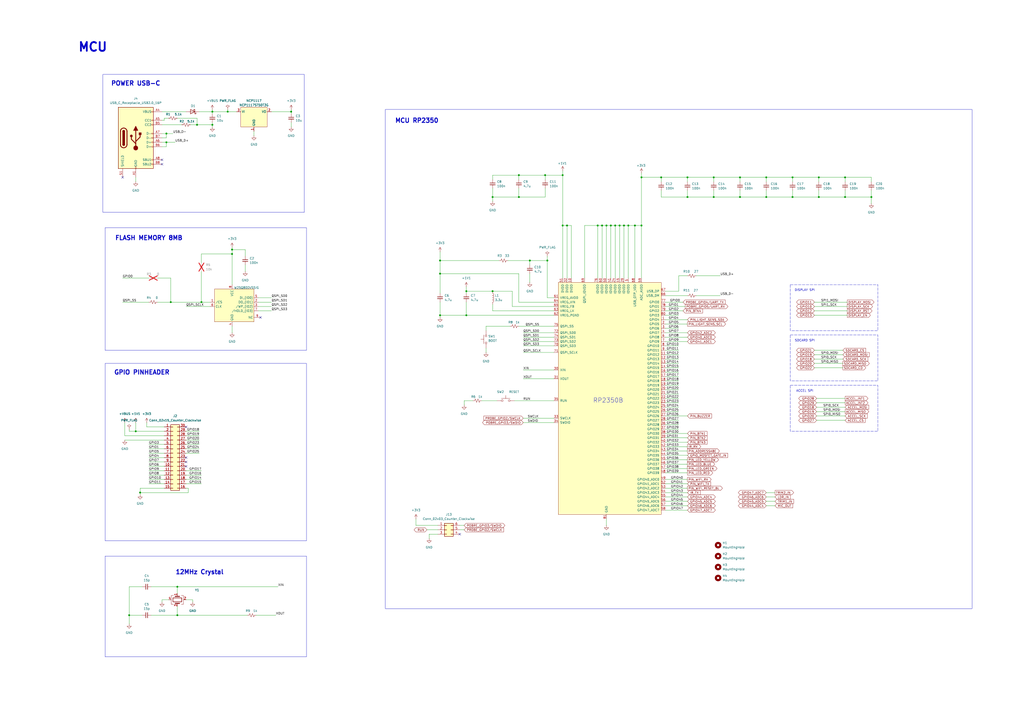
<source format=kicad_sch>
(kicad_sch (version 20250114) (generator "eeschema") (generator_version "9.0")
  (paper "A2")
  (title_block (title "EcoBoard") (company "EcoEnterprise"))
  (rectangle (start 458.47 223.52) (end 509.27 250.19) (stroke (width 0) (type dash)))
  (rectangle (start 458.47 165.1) (end 509.27 191.77) (stroke (width 0) (type dash)))
  (rectangle (start 458.47 194.31) (end 509.27 220.98) (stroke (width 0) (type dash)))
  (rectangle (start 59.69 43.18) (end 176.53 123.19))
  (rectangle (start 60.96 210.82) (end 177.8 313.69))
  (rectangle (start 60.96 322.58) (end 177.8 381))
  (rectangle (start 223.52 63.5) (end 563.88 353.06))
  (rectangle (start 60.96 132.08) (end 177.8 203.2))
  (text "GPIO PINHEADER" (at 82.296 216.154 0) (effects (font (size 2.54 2.54) (thickness 0.508) (bold yes))))
  (text "POWER USB-C\n" (at 78.74 48.514 0) (effects (font (size 2.54 2.54) (thickness 0.508) (bold yes))))
  (text "12MHz Crystal\n" (at 115.824 331.978 0) (effects (font (size 2.54 2.54) (thickness 0.508) (bold yes))))
  (text "RP2350B" (at 352.806 232.41 0) (effects (font (size 2.54 2.54))))
  (text "ACCEL SPI" (at 466.852 226.822 0) (effects (font (size 1.27 1.27))))
  (text "MCU" (at 53.848 27.432 0) (effects (font (size 5.08 5.08) (thickness 1.016) (bold yes))))
  (text "MCU RP2350" (at 241.808 70.104 0) (effects (font (size 2.54 2.54) (thickness 0.508) (bold yes))))
  (text "FLASH MEMORY 8MB\n" (at 86.36 138.176 0) (effects (font (size 2.54 2.54) (thickness 0.508) (bold yes))))
  (text "DISPLAY SPI" (at 466.852 168.402 0) (effects (font (size 1.27 1.27))))
  (text "SDCARD SPI" (at 466.852 197.612 0) (effects (font (size 1.27 1.27))))
  (junction (at 459.74 114.3))
  (junction (at 270.51 182.88))
  (junction (at 490.22 102.87))
  (junction (at 490.22 114.3))
  (junction (at 300.99 114.3))
  (junction (at 96.52 77.47))
  (junction (at 372.11 130.81))
  (junction (at 300.99 101.6))
  (junction (at 285.75 114.3))
  (junction (at 102.87 340.36))
  (junction (at 81.28 285.75))
  (junction (at 328.93 130.81))
  (junction (at 285.75 168.91))
  (junction (at 346.71 130.81))
  (junction (at 414.02 114.3))
  (junction (at 361.95 130.81))
  (junction (at 255.27 182.88))
  (junction (at 134.62 144.78))
  (junction (at 317.5 151.13))
  (junction (at 168.91 64.77))
  (junction (at 359.41 130.81))
  (junction (at 351.79 130.81))
  (junction (at 102.87 356.87))
  (junction (at 99.06 175.26))
  (junction (at 383.54 102.87))
  (junction (at 255.27 158.75))
  (junction (at 356.87 130.81))
  (junction (at 398.78 114.3))
  (junction (at 474.98 102.87))
  (junction (at 270.51 168.91))
  (junction (at 123.19 64.77))
  (junction (at 398.78 102.87))
  (junction (at 116.84 175.26))
  (junction (at 414.02 102.87))
  (junction (at 307.34 151.13))
  (junction (at 78.74 250.19))
  (junction (at 74.93 356.87))
  (junction (at 444.5 102.87))
  (junction (at 368.3 130.81))
  (junction (at 444.5 114.3))
  (junction (at 474.98 114.3))
  (junction (at 372.11 102.87))
  (junction (at 429.26 102.87))
  (junction (at 459.74 102.87))
  (junction (at 429.26 114.3))
  (junction (at 132.08 64.77))
  (junction (at 505.46 114.3))
  (junction (at 354.33 130.81))
  (junction (at 134.62 147.32))
  (junction (at 316.23 101.6))
  (junction (at 255.27 151.13))
  (junction (at 349.25 130.81))
  (junction (at 96.52 82.55))
  (junction (at 114.3 72.39))
  (junction (at 123.19 72.39))
  (junction (at 326.39 130.81))
  (junction (at 364.49 130.81))
  (junction (at 326.39 101.6))
  (no_connect (at 266.7 309.88))
  (no_connect (at 151.13 184.15))
  (no_connect (at 107.95 265.43))
  (no_connect (at 93.98 92.71))
  (no_connect (at 107.95 247.65))
  (no_connect (at 93.98 95.25))
  (no_connect (at 107.95 270.51))
  (no_connect (at 71.12 102.87))
  (no_connect (at 107.95 267.97))
  (wire (pts (xy 473.71 236.22) (xy 490.22 236.22)))
  (wire (pts (xy 349.25 161.29) (xy 349.25 130.81)))
  (wire (pts (xy 386.08 185.42) (xy 398.78 185.42)))
  (wire (pts (xy 168.91 71.12) (xy 168.91 73.66)))
  (wire (pts (xy 300.99 189.23) (xy 321.31 189.23)))
  (wire (pts (xy 93.98 64.77) (xy 107.95 64.77)))
  (wire (pts (xy 72.39 245.11) (xy 72.39 252.73)))
  (wire (pts (xy 444.5 110.49) (xy 444.5 114.3)))
  (wire (pts (xy 429.26 102.87) (xy 444.5 102.87)))
  (wire (pts (xy 331.47 130.81) (xy 328.93 130.81)))
  (wire (pts (xy 303.53 200.66) (xy 321.31 200.66)))
  (wire (pts (xy 354.33 161.29) (xy 354.33 130.81)))
  (wire (pts (xy 279.4 232.41) (xy 288.29 232.41)))
  (wire (pts (xy 255.27 151.13) (xy 255.27 158.75)))
  (wire (pts (xy 285.75 109.22) (xy 285.75 114.3)))
  (wire (pts (xy 255.27 182.88) (xy 270.51 182.88)))
  (wire (pts (xy 93.98 85.09) (xy 96.52 85.09)))
  (wire (pts (xy 490.22 114.3) (xy 505.46 114.3)))
  (wire (pts (xy 396.24 180.34) (xy 386.08 180.34)))
  (wire (pts (xy 449.58 288.29) (xy 444.5 288.29)))
  (wire (pts (xy 474.98 110.49) (xy 474.98 114.3)))
  (wire (pts (xy 393.7 190.5) (xy 386.08 190.5)))
  (wire (pts (xy 386.08 241.3) (xy 398.78 241.3)))
  (wire (pts (xy 116.84 175.26) (xy 121.92 175.26)))
  (wire (pts (xy 86.36 257.81) (xy 95.25 257.81)))
  (wire (pts (xy 386.08 261.62) (xy 398.78 261.62)))
  (wire (pts (xy 328.93 161.29) (xy 328.93 130.81)))
  (wire (pts (xy 359.41 161.29) (xy 359.41 130.81)))
  (wire (pts (xy 116.84 273.05) (xy 107.95 273.05)))
  (wire (pts (xy 285.75 180.34) (xy 321.31 180.34)))
  (wire (pts (xy 78.74 245.11) (xy 78.74 250.19)))
  (wire (pts (xy 303.53 242.57) (xy 321.31 242.57)))
  (wire (pts (xy 303.53 195.58) (xy 321.31 195.58)))
  (wire (pts (xy 386.08 274.32) (xy 398.78 274.32)))
  (wire (pts (xy 303.53 219.71) (xy 321.31 219.71)))
  (wire (pts (xy 114.3 68.58) (xy 114.3 72.39)))
  (wire (pts (xy 398.78 254) (xy 386.08 254)))
  (wire (pts (xy 346.71 130.81) (xy 349.25 130.81)))
  (wire (pts (xy 266.7 307.34) (xy 269.24 307.34)))
  (wire (pts (xy 361.95 161.29) (xy 361.95 130.81)))
  (wire (pts (xy 316.23 109.22) (xy 316.23 114.3)))
  (wire (pts (xy 356.87 161.29) (xy 356.87 130.81)))
  (wire (pts (xy 393.7 248.92) (xy 386.08 248.92)))
  (wire (pts (xy 132.08 64.77) (xy 137.16 64.77)))
  (wire (pts (xy 403.86 171.45) (xy 417.83 171.45)))
  (wire (pts (xy 123.19 71.12) (xy 123.19 72.39)))
  (wire (pts (xy 95.25 68.58) (xy 95.25 69.85)))
  (wire (pts (xy 123.19 72.39) (xy 123.19 73.66)))
  (wire (pts (xy 505.46 114.3) (xy 505.46 118.11)))
  (wire (pts (xy 393.7 233.68) (xy 386.08 233.68)))
  (wire (pts (xy 368.3 130.81) (xy 372.11 130.81)))
  (wire (pts (xy 300.99 158.75) (xy 300.99 175.26)))
  (wire (pts (xy 472.44 180.34) (xy 491.49 180.34)))
  (wire (pts (xy 298.45 232.41) (xy 321.31 232.41)))
  (wire (pts (xy 102.87 340.36) (xy 161.29 340.36)))
  (wire (pts (xy 393.7 168.91) (xy 393.7 160.02)))
  (wire (pts (xy 303.53 214.63) (xy 321.31 214.63)))
  (wire (pts (xy 86.36 262.89) (xy 95.25 262.89)))
  (wire (pts (xy 270.51 168.91) (xy 270.51 170.18)))
  (wire (pts (xy 285.75 101.6) (xy 285.75 104.14)))
  (wire (pts (xy 116.84 147.32) (xy 116.84 152.4)))
  (wire (pts (xy 81.28 283.21) (xy 95.25 283.21)))
  (wire (pts (xy 393.7 223.52) (xy 386.08 223.52)))
  (wire (pts (xy 114.3 72.39) (xy 123.19 72.39)))
  (wire (pts (xy 414.02 110.49) (xy 414.02 114.3)))
  (wire (pts (xy 96.52 85.09) (xy 96.52 82.55)))
  (wire (pts (xy 87.63 340.36) (xy 102.87 340.36)))
  (wire (pts (xy 386.08 290.83) (xy 398.78 290.83)))
  (wire (pts (xy 386.08 288.29) (xy 398.78 288.29)))
  (wire (pts (xy 255.27 158.75) (xy 255.27 170.18)))
  (wire (pts (xy 321.31 182.88) (xy 270.51 182.88)))
  (wire (pts (xy 270.51 166.37) (xy 270.51 168.91)))
  (wire (pts (xy 351.79 130.81) (xy 354.33 130.81)))
  (wire (pts (xy 86.36 260.35) (xy 95.25 260.35)))
  (wire (pts (xy 429.26 102.87) (xy 429.26 105.41)))
  (wire (pts (xy 93.98 82.55) (xy 96.52 82.55)))
  (wire (pts (xy 134.62 147.32) (xy 116.84 147.32)))
  (wire (pts (xy 331.47 161.29) (xy 331.47 130.81)))
  (wire (pts (xy 86.36 278.13) (xy 95.25 278.13)))
  (wire (pts (xy 255.27 182.88) (xy 255.27 184.15)))
  (wire (pts (xy 168.91 64.77) (xy 168.91 66.04)))
  (wire (pts (xy 102.87 68.58) (xy 114.3 68.58)))
  (wire (pts (xy 449.58 293.37) (xy 444.5 293.37)))
  (wire (pts (xy 372.11 102.87) (xy 383.54 102.87)))
  (wire (pts (xy 473.71 238.76) (xy 490.22 238.76)))
  (wire (pts (xy 147.32 76.2) (xy 147.32 78.74)))
  (wire (pts (xy 383.54 114.3) (xy 398.78 114.3)))
  (wire (pts (xy 321.31 172.72) (xy 317.5 172.72)))
  (wire (pts (xy 490.22 102.87) (xy 490.22 105.41)))
  (wire (pts (xy 107.95 275.59) (xy 116.84 275.59)))
  (wire (pts (xy 281.94 189.23) (xy 281.94 191.77)))
  (wire (pts (xy 71.12 161.29) (xy 86.36 161.29)))
  (wire (pts (xy 115.57 262.89) (xy 107.95 262.89)))
  (wire (pts (xy 86.36 275.59) (xy 95.25 275.59)))
  (wire (pts (xy 116.84 280.67) (xy 107.95 280.67)))
  (wire (pts (xy 74.93 248.92) (xy 74.93 250.19)))
  (wire (pts (xy 328.93 130.81) (xy 326.39 130.81)))
  (wire (pts (xy 74.93 250.19) (xy 78.74 250.19)))
  (wire (pts (xy 346.71 130.81) (xy 346.71 161.29)))
  (wire (pts (xy 307.34 151.13) (xy 307.34 153.67)))
  (wire (pts (xy 91.44 161.29) (xy 99.06 161.29)))
  (wire (pts (xy 285.75 114.3) (xy 300.99 114.3)))
  (wire (pts (xy 93.98 77.47) (xy 96.52 77.47)))
  (wire (pts (xy 393.7 213.36) (xy 386.08 213.36)))
  (wire (pts (xy 473.71 243.84) (xy 490.22 243.84)))
  (wire (pts (xy 96.52 80.01) (xy 96.52 77.47)))
  (wire (pts (xy 386.08 243.84) (xy 393.7 243.84)))
  (wire (pts (xy 149.86 177.8) (xy 157.48 177.8)))
  (wire (pts (xy 393.7 205.74) (xy 386.08 205.74)))
  (wire (pts (xy 386.08 208.28) (xy 393.7 208.28)))
  (wire (pts (xy 386.08 175.26) (xy 396.24 175.26)))
  (wire (pts (xy 386.08 295.91) (xy 398.78 295.91)))
  (wire (pts (xy 294.64 151.13) (xy 307.34 151.13)))
  (wire (pts (xy 300.99 101.6) (xy 316.23 101.6)))
  (wire (pts (xy 303.53 245.11) (xy 321.31 245.11)))
  (wire (pts (xy 449.58 290.83) (xy 444.5 290.83)))
  (wire (pts (xy 393.7 226.06) (xy 386.08 226.06)))
  (wire (pts (xy 241.3 300.99) (xy 241.3 304.8)))
  (wire (pts (xy 72.39 252.73) (xy 95.25 252.73)))
  (wire (pts (xy 115.57 250.19) (xy 107.95 250.19)))
  (wire (pts (xy 248.92 312.42) (xy 248.92 309.88)))
  (wire (pts (xy 359.41 130.81) (xy 361.95 130.81)))
  (wire (pts (xy 326.39 99.06) (xy 326.39 101.6)))
  (wire (pts (xy 459.74 110.49) (xy 459.74 114.3)))
  (wire (pts (xy 505.46 102.87) (xy 505.46 105.41)))
  (wire (pts (xy 102.87 340.36) (xy 102.87 344.17)))
  (wire (pts (xy 474.98 114.3) (xy 490.22 114.3)))
  (wire (pts (xy 368.3 161.29) (xy 368.3 130.81)))
  (wire (pts (xy 115.57 260.35) (xy 107.95 260.35)))
  (wire (pts (xy 393.7 215.9) (xy 386.08 215.9)))
  (wire (pts (xy 386.08 271.78) (xy 398.78 271.78)))
  (wire (pts (xy 78.74 250.19) (xy 95.25 250.19)))
  (wire (pts (xy 116.84 278.13) (xy 107.95 278.13)))
  (wire (pts (xy 71.12 175.26) (xy 86.36 175.26)))
  (wire (pts (xy 398.78 102.87) (xy 414.02 102.87)))
  (wire (pts (xy 414.02 102.87) (xy 414.02 105.41)))
  (wire (pts (xy 386.08 187.96) (xy 398.78 187.96)))
  (wire (pts (xy 372.11 130.81) (xy 372.11 161.29)))
  (wire (pts (xy 472.44 205.74) (xy 488.95 205.74)))
  (wire (pts (xy 123.19 64.77) (xy 132.08 64.77)))
  (wire (pts (xy 149.86 180.34) (xy 157.48 180.34)))
  (wire (pts (xy 134.62 189.23) (xy 134.62 193.04)))
  (wire (pts (xy 116.84 157.48) (xy 116.84 175.26)))
  (wire (pts (xy 270.51 175.26) (xy 270.51 182.88)))
  (wire (pts (xy 74.93 356.87) (xy 74.93 361.95)))
  (wire (pts (xy 474.98 102.87) (xy 490.22 102.87)))
  (wire (pts (xy 490.22 110.49) (xy 490.22 114.3)))
  (wire (pts (xy 297.18 168.91) (xy 297.18 177.8)))
  (wire (pts (xy 285.75 101.6) (xy 300.99 101.6)))
  (wire (pts (xy 356.87 130.81) (xy 359.41 130.81)))
  (wire (pts (xy 134.62 143.51) (xy 134.62 144.78)))
  (wire (pts (xy 95.25 69.85) (xy 93.98 69.85)))
  (wire (pts (xy 115.57 252.73) (xy 107.95 252.73)))
  (wire (pts (xy 303.53 198.12) (xy 321.31 198.12)))
  (wire (pts (xy 386.08 210.82) (xy 393.7 210.82)))
  (wire (pts (xy 472.44 213.36) (xy 488.95 213.36)))
  (wire (pts (xy 444.5 114.3) (xy 459.74 114.3)))
  (wire (pts (xy 473.71 231.14) (xy 490.22 231.14)))
  (wire (pts (xy 393.7 160.02) (xy 398.78 160.02)))
  (wire (pts (xy 270.51 168.91) (xy 285.75 168.91)))
  (wire (pts (xy 386.08 228.6) (xy 393.7 228.6)))
  (wire (pts (xy 372.11 102.87) (xy 372.11 130.81)))
  (wire (pts (xy 148.59 356.87) (xy 160.02 356.87)))
  (wire (pts (xy 74.93 356.87) (xy 82.55 356.87)))
  (wire (pts (xy 303.53 204.47) (xy 321.31 204.47)))
  (wire (pts (xy 96.52 82.55) (xy 101.6 82.55)))
  (wire (pts (xy 386.08 168.91) (xy 393.7 168.91)))
  (wire (pts (xy 281.94 201.93) (xy 281.94 204.47)))
  (wire (pts (xy 339.09 161.29) (xy 339.09 130.81)))
  (wire (pts (xy 351.79 300.99) (xy 351.79 304.8)))
  (wire (pts (xy 303.53 193.04) (xy 321.31 193.04)))
  (wire (pts (xy 149.86 175.26) (xy 157.48 175.26)))
  (wire (pts (xy 157.48 64.77) (xy 168.91 64.77)))
  (wire (pts (xy 472.44 208.28) (xy 488.95 208.28)))
  (wire (pts (xy 398.78 280.67) (xy 386.08 280.67)))
  (wire (pts (xy 349.25 130.81) (xy 351.79 130.81)))
  (wire (pts (xy 364.49 161.29) (xy 364.49 130.81)))
  (wire (pts (xy 398.78 278.13) (xy 386.08 278.13)))
  (wire (pts (xy 142.24 153.67) (xy 142.24 157.48)))
  (wire (pts (xy 472.44 177.8) (xy 491.49 177.8)))
  (wire (pts (xy 168.91 63.5) (xy 168.91 64.77)))
  (wire (pts (xy 414.02 102.87) (xy 429.26 102.87)))
  (wire (pts (xy 393.7 246.38) (xy 386.08 246.38)))
  (wire (pts (xy 444.5 102.87) (xy 459.74 102.87)))
  (wire (pts (xy 449.58 285.75) (xy 444.5 285.75)))
  (wire (pts (xy 110.49 72.39) (xy 114.3 72.39)))
  (wire (pts (xy 472.44 182.88) (xy 491.49 182.88)))
  (wire (pts (xy 398.78 114.3) (xy 414.02 114.3)))
  (wire (pts (xy 248.92 309.88) (xy 254 309.88)))
  (wire (pts (xy 339.09 130.81) (xy 346.71 130.81)))
  (wire (pts (xy 472.44 203.2) (xy 488.95 203.2)))
  (wire (pts (xy 99.06 175.26) (xy 116.84 175.26)))
  (wire (pts (xy 85.09 247.65) (xy 95.25 247.65)))
  (wire (pts (xy 459.74 114.3) (xy 474.98 114.3)))
  (wire (pts (xy 386.08 264.16) (xy 398.78 264.16)))
  (wire (pts (xy 93.98 72.39) (xy 105.41 72.39)))
  (wire (pts (xy 383.54 102.87) (xy 398.78 102.87)))
  (wire (pts (xy 386.08 293.37) (xy 398.78 293.37)))
  (wire (pts (xy 317.5 151.13) (xy 317.5 172.72)))
  (wire (pts (xy 85.09 245.11) (xy 85.09 247.65)))
  (wire (pts (xy 115.57 257.81) (xy 107.95 257.81)))
  (wire (pts (xy 255.27 146.05) (xy 255.27 151.13)))
  (wire (pts (xy 102.87 356.87) (xy 143.51 356.87)))
  (wire (pts (xy 241.3 304.8) (xy 254 304.8)))
  (wire (pts (xy 354.33 130.81) (xy 356.87 130.81)))
  (wire (pts (xy 474.98 102.87) (xy 474.98 105.41)))
  (wire (pts (xy 429.26 110.49) (xy 429.26 114.3)))
  (wire (pts (xy 107.95 347.98) (xy 111.76 347.98)))
  (wire (pts (xy 472.44 175.26) (xy 491.49 175.26)))
  (wire (pts (xy 326.39 130.81) (xy 326.39 161.29)))
  (wire (pts (xy 393.7 236.22) (xy 386.08 236.22)))
  (wire (pts (xy 383.54 102.87) (xy 383.54 105.41)))
  (wire (pts (xy 285.75 114.3) (xy 285.75 116.84)))
  (wire (pts (xy 393.7 218.44) (xy 386.08 218.44)))
  (wire (pts (xy 398.78 283.21) (xy 386.08 283.21)))
  (wire (pts (xy 386.08 198.12) (xy 398.78 198.12)))
  (wire (pts (xy 490.22 102.87) (xy 505.46 102.87)))
  (wire (pts (xy 361.95 130.81) (xy 364.49 130.81)))
  (wire (pts (xy 86.36 267.97) (xy 95.25 267.97)))
  (wire (pts (xy 386.08 266.7) (xy 398.78 266.7)))
  (wire (pts (xy 91.44 175.26) (xy 99.06 175.26)))
  (wire (pts (xy 266.7 304.8) (xy 269.24 304.8)))
  (wire (pts (xy 386.08 195.58) (xy 398.78 195.58)))
  (wire (pts (xy 111.76 347.98) (xy 111.76 349.25)))
  (wire (pts (xy 285.75 176.53) (xy 285.75 180.34)))
  (wire (pts (xy 115.57 64.77) (xy 123.19 64.77)))
  (wire (pts (xy 398.78 256.54) (xy 386.08 256.54)))
  (wire (pts (xy 393.7 231.14) (xy 386.08 231.14)))
  (wire (pts (xy 86.36 270.51) (xy 95.25 270.51)))
  (wire (pts (xy 86.36 265.43) (xy 95.25 265.43)))
  (wire (pts (xy 109.22 285.75) (xy 109.22 283.21)))
  (wire (pts (xy 398.78 259.08) (xy 386.08 259.08)))
  (wire (pts (xy 307.34 151.13) (xy 317.5 151.13)))
  (wire (pts (xy 459.74 102.87) (xy 459.74 105.41)))
  (wire (pts (xy 149.86 172.72) (xy 157.48 172.72)))
  (wire (pts (xy 115.57 255.27) (xy 107.95 255.27)))
  (wire (pts (xy 142.24 144.78) (xy 142.24 148.59)))
  (wire (pts (xy 247.65 307.34) (xy 254 307.34)))
  (wire (pts (xy 473.71 233.68) (xy 490.22 233.68)))
  (wire (pts (xy 398.78 110.49) (xy 398.78 114.3)))
  (wire (pts (xy 81.28 285.75) (xy 109.22 285.75)))
  (wire (pts (xy 472.44 210.82) (xy 488.95 210.82)))
  (wire (pts (xy 255.27 151.13) (xy 289.56 151.13)))
  (wire (pts (xy 444.5 102.87) (xy 444.5 105.41)))
  (wire (pts (xy 285.75 168.91) (xy 297.18 168.91)))
  (wire (pts (xy 123.19 63.5) (xy 123.19 64.77)))
  (wire (pts (xy 123.19 64.77) (xy 123.19 66.04)))
  (wire (pts (xy 505.46 110.49) (xy 505.46 114.3)))
  (wire (pts (xy 317.5 148.59) (xy 317.5 151.13)))
  (wire (pts (xy 386.08 251.46) (xy 398.78 251.46)))
  (wire (pts (xy 269.24 232.41) (xy 274.32 232.41)))
  (wire (pts (xy 364.49 130.81) (xy 368.3 130.81)))
  (wire (pts (xy 99.06 175.26) (xy 99.06 161.29)))
  (wire (pts (xy 398.78 102.87) (xy 398.78 105.41)))
  (wire (pts (xy 386.08 193.04) (xy 398.78 193.04)))
  (wire (pts (xy 326.39 101.6) (xy 326.39 130.81)))
  (wire (pts (xy 86.36 280.67) (xy 95.25 280.67)))
  (wire (pts (xy 93.98 347.98) (xy 93.98 349.25)))
  (wire (pts (xy 386.08 238.76) (xy 393.7 238.76)))
  (wire (pts (xy 134.62 147.32) (xy 134.62 165.1)))
  (wire (pts (xy 86.36 273.05) (xy 95.25 273.05)))
  (wire (pts (xy 316.23 101.6) (xy 326.39 101.6)))
  (wire (pts (xy 398.78 285.75) (xy 386.08 285.75)))
  (wire (pts (xy 372.11 100.33) (xy 372.11 102.87)))
  (wire (pts (xy 414.02 114.3) (xy 429.26 114.3)))
  (wire (pts (xy 386.08 220.98) (xy 393.7 220.98)))
  (wire (pts (xy 95.25 68.58) (xy 97.79 68.58)))
  (wire (pts (xy 383.54 110.49) (xy 383.54 114.3)))
  (wire (pts (xy 459.74 102.87) (xy 474.98 102.87)))
  (wire (pts (xy 132.08 63.5) (xy 132.08 64.77)))
  (wire (pts (xy 93.98 80.01) (xy 96.52 80.01)))
  (wire (pts (xy 134.62 144.78) (xy 134.62 147.32)))
  (wire (pts (xy 386.08 177.8) (xy 397.51 177.8)))
  (wire (pts (xy 307.34 158.75) (xy 307.34 163.83)))
  (wire (pts (xy 97.79 347.98) (xy 93.98 347.98)))
  (wire (pts (xy 393.7 200.66) (xy 386.08 200.66)))
  (wire (pts (xy 281.94 189.23) (xy 295.91 189.23)))
  (wire (pts (xy 81.28 285.75) (xy 81.28 283.21)))
  (wire (pts (xy 386.08 171.45) (xy 398.78 171.45)))
  (wire (pts (xy 269.24 232.41) (xy 269.24 234.95)))
  (wire (pts (xy 255.27 175.26) (xy 255.27 182.88)))
  (wire (pts (xy 102.87 351.79) (xy 102.87 356.87)))
  (wire (pts (xy 386.08 269.24) (xy 398.78 269.24)))
  (wire (pts (xy 300.99 101.6) (xy 300.99 104.14)))
  (wire (pts (xy 473.71 241.3) (xy 490.22 241.3)))
  (wire (pts (xy 393.7 203.2) (xy 386.08 203.2)))
  (wire (pts (xy 109.22 283.21) (xy 107.95 283.21)))
  (wire (pts (xy 300.99 109.22) (xy 300.99 114.3)))
  (wire (pts (xy 74.93 340.36) (xy 82.55 340.36)))
  (wire (pts (xy 351.79 161.29) (xy 351.79 130.81)))
  (wire (pts (xy 316.23 101.6) (xy 316.23 104.14)))
  (wire (pts (xy 72.39 255.27) (xy 95.25 255.27)))
  (wire (pts (xy 255.27 158.75) (xy 300.99 158.75)))
  (wire (pts (xy 78.74 102.87) (xy 78.74 105.41)))
  (wire (pts (xy 300.99 114.3) (xy 316.23 114.3)))
  (wire (pts (xy 134.62 144.78) (xy 142.24 144.78)))
  (wire (pts (xy 393.7 182.88) (xy 386.08 182.88)))
  (wire (pts (xy 107.95 177.8) (xy 121.92 177.8)))
  (wire (pts (xy 96.52 77.47) (xy 100.33 77.47)))
  (wire (pts (xy 81.28 287.02) (xy 81.28 285.75)))
  (wire (pts (xy 74.93 340.36) (xy 74.93 356.87)))
  (wire (pts (xy 87.63 356.87) (xy 102.87 356.87)))
  (wire (pts (xy 297.18 177.8) (xy 321.31 177.8)))
  (wire (pts (xy 321.31 175.26) (xy 300.99 175.26)))
  (wire (pts (xy 429.26 114.3) (xy 444.5 114.3)))
  (wire (pts (xy 403.86 160.02) (xy 417.83 160.02)))
  (label "SPI1_SCK" (at 476.25 177.8 0))
  (label "QSPI_SD0" (at 303.53 193.04 0))
  (label "GPIO7" (at 393.7 193.04 180))
  (label "GPIO4" (at 86.36 265.43 0))
  (label "USB_D+" (at 417.83 160.02 0))
  (label "GPIO8" (at 86.36 275.59 0))
  (label "GPIO46" (at 396.24 293.37 180))
  (label "GPIO34" (at 393.7 261.62 180))
  (label "QSPI_SD0" (at 157.48 172.72 0))
  (label "GPIO43" (at 396.24 285.75 180))
  (label "GPIO16" (at 393.7 215.9 180))
  (label "GPIO12" (at 393.7 205.74 180))
  (label "GPIO25" (at 115.57 262.89 180))
  (label "GPIO1" (at 393.7 177.8 180))
  (label "GPIO19" (at 393.7 223.52 180))
  (label "GPIO39" (at 393.7 274.32 180))
  (label "GPIO29" (at 393.7 248.92 180))
  (label "GPIO2" (at 393.7 180.34 180))
  (label "QSPI_SD3" (at 157.48 180.34 0))
  (label "SPI0_SCK" (at 476.25 208.28 0))
  (label "GPIO47" (at 396.24 295.91 180))
  (label "GPIO45" (at 396.24 290.83 180))
  (label "GPIO40" (at 396.24 278.13 180))
  (label "RUN" (at 303.53 232.41 0))
  (label "GPIO18" (at 393.7 220.98 180))
  (label "QSPI_SCLK" (at 107.95 177.8 0))
  (label "GPIO19" (at 115.57 252.73 180))
  (label "SWDIO" (at 306.07 245.11 0))
  (label "GPIO3" (at 393.7 182.88 180))
  (label "USB_D-" (at 417.83 171.45 0))
  (label "GPIO24" (at 115.57 260.35 180))
  (label "GPIO13" (at 393.7 208.28 180))
  (label "GPIO0" (at 388.62 175.26 0))
  (label "GPIO9" (at 86.36 273.05 0))
  (label "USB_D-" (at 100.33 77.47 0))
  (label "GPIO14" (at 116.84 278.13 180))
  (label "GPIO37" (at 393.7 269.24 180))
  (label "QSPI_SS" (at 71.12 175.26 0))
  (label "SPI1_MOSI" (at 476.25 175.26 0))
  (label "SPI0_MOSI" (at 476.25 205.74 0))
  (label "GPIO33" (at 393.7 259.08 180))
  (label "GPIO20" (at 115.57 255.27 180))
  (label "GPIO24" (at 393.7 236.22 180))
  (label "SPI0_SCK" (at 477.52 236.22 0))
  (label "GPIO11" (at 86.36 280.67 0))
  (label "GPIO28" (at 393.7 246.38 180))
  (label "GPIO21" (at 393.7 228.6 180))
  (label "GPIO20" (at 393.7 226.06 180))
  (label "GPIO15" (at 116.84 280.67 180))
  (label "QSPI_SD2" (at 157.48 177.8 0))
  (label "SWCLK" (at 306.07 242.57 0))
  (label "QSPI_SD1" (at 303.53 195.58 0))
  (label "GPIO0" (at 71.12 161.29 0))
  (label "GPIO22" (at 393.7 231.14 180))
  (label "GPIO10" (at 393.7 200.66 180))
  (label "XIN" (at 303.53 214.63 0))
  (label "GPIO41" (at 396.24 280.67 180))
  (label "GPIO36" (at 393.7 266.7 180))
  (label "QSPI_SS" (at 304.8 189.23 0))
  (label "SPI0_MISO" (at 477.52 241.3 0))
  (label "GPIO31" (at 393.7 254 180))
  (label "GPIO9" (at 393.7 198.12 180))
  (label "GPIO11" (at 393.7 203.2 180))
  (label "GPIO42" (at 396.24 283.21 180))
  (label "GPIO25" (at 393.7 238.76 180))
  (label "GPIO30" (at 393.7 251.46 180))
  (label "SPI0_MOSI" (at 477.52 238.76 0))
  (label "GPIO14" (at 393.7 210.82 180))
  (label "GPIO38" (at 393.7 271.78 180))
  (label "GPIO6" (at 393.7 190.5 180))
  (label "GPIO23" (at 393.7 233.68 180))
  (label "GPIO8" (at 393.7 195.58 180))
  (label "GPIO7" (at 86.36 267.97 0))
  (label "QSPI_SD2" (at 303.53 198.12 0))
  (label "QSPI_SCLK" (at 303.53 204.47 0))
  (label "GPIO23" (at 115.57 257.81 180))
  (label "QSPI_SD3" (at 303.53 200.66 0))
  (label "USB_D+" (at 101.6 82.55 0))
  (label "GPIO16" (at 116.84 275.59 180))
  (label "GPIO44" (at 396.24 288.29 180))
  (label "GPIO5" (at 86.36 262.89 0))
  (label "XOUT" (at 303.53 219.71 0))
  (label "SPI0_MISO" (at 476.25 210.82 0))
  (label "GPIO3" (at 86.36 257.81 0))
  (label "GPIO27" (at 393.7 243.84 180))
  (label "GPIO17" (at 393.7 218.44 180))
  (label "GPIO26" (at 393.7 241.3 180))
  (label "XOUT" (at 160.02 356.87 0))
  (label "GPIO15" (at 393.7 213.36 180))
  (label "GPIO18" (at 115.57 250.19 180))
  (label "GPIO6" (at 86.36 270.51 0))
  (label "GPIO4" (at 393.7 185.42 180))
  (label "GPIO1" (at 86.36 260.35 0))
  (label "GPIO5" (at 393.7 187.96 180))
  (label "GPIO32" (at 393.7 256.54 180))
  (label "GPIO17" (at 116.84 273.05 180))
  (label "GPIO35" (at 393.7 264.16 180))
  (label "XIN" (at 161.29 340.36 0))
  (label "QSPI_SD1" (at 157.48 175.26 0))
  (label "GPIO10" (at 86.36 278.13 0))
  (global_label "PIN_BTN1" (shape input) (at 398.78 251.46 0) (property "Intersheetrefs" "${INTERSHEET_REFS}" (effects (hide yes))))
  (global_label "GPIO47_ADC7" (shape bidirectional) (at 398.78 295.91 0) (property "Intersheetrefs" "${INTERSHEET_REFS}" (effects (hide yes))))
  (global_label "DISPLAY_MOSI" (shape output) (at 491.49 175.26 0) (property "Intersheetrefs" "${INTERSHEET_REFS}" (effects (hide yes))))
  (global_label "GPIO42_ADC2" (shape bidirectional) (at 398.78 193.04 0) (property "Intersheetrefs" "${INTERSHEET_REFS}" (effects (hide yes))))
  (global_label "GPIO41_ADC1" (shape bidirectional) (at 398.78 198.12 0) (property "Intersheetrefs" "${INTERSHEET_REFS}" (effects (hide yes))))
  (global_label "GPIO46_ADC6" (shape bidirectional) (at 398.78 293.37 0) (property "Intersheetrefs" "${INTERSHEET_REFS}" (effects (hide yes))))
  (global_label "ACCEL_MISO" (shape output) (at 490.22 238.76 0) (property "Intersheetrefs" "${INTERSHEET_REFS}" (effects (hide yes))))
  (global_label "ACCEL_INT1" (shape output) (at 490.22 231.14 0) (property "Intersheetrefs" "${INTERSHEET_REFS}" (effects (hide yes))))
  (global_label "PROBE_GPIO2{slash}SWCLK" (shape input) (at 303.53 242.57 180) (property "Intersheetrefs" "${INTERSHEET_REFS}" (effects (hide yes))))
  (global_label "LDR_IN" (shape input) (at 449.58 288.29 0) (property "Intersheetrefs" "${INTERSHEET_REFS}" (effects (hide yes))))
  (global_label "PIN_LED_GREEN" (shape output) (at 398.78 271.78 0) (effects (font (thickness 0.1588))) (property "Intersheetrefs" "${INTERSHEET_REFS}" (effects (hide yes))))
  (global_label "ACCEL_MOSI" (shape input) (at 490.22 236.22 0) (property "Intersheetrefs" "${INTERSHEET_REFS}" (effects (hide yes))))
  (global_label "PIN_WIFI_RX" (shape output) (at 398.78 278.13 0) (effects (font (thickness 0.1588))) (property "Intersheetrefs" "${INTERSHEET_REFS}" (effects (hide yes))))
  (global_label "PIN_LED_RED" (shape output) (at 398.78 274.32 0) (effects (font (thickness 0.1588))) (property "Intersheetrefs" "${INTERSHEET_REFS}" (effects (hide yes))))
  (global_label "SDCARD_SCK" (shape input) (at 488.95 208.28 0) (property "Intersheetrefs" "${INTERSHEET_REFS}" (effects (hide yes))))
  (global_label "PIN_WIFI_RESET_BL" (shape output) (at 398.78 283.21 0) (effects (font (thickness 0.1588))) (property "Intersheetrefs" "${INTERSHEET_REFS}" (effects (hide yes))))
  (global_label "ACCEL_SCK" (shape input) (at 490.22 241.3 0) (property "Intersheetrefs" "${INTERSHEET_REFS}" (effects (hide yes))))
  (global_label "GPIO10" (shape bidirectional) (at 472.44 177.8 180) (property "Intersheetrefs" "${INTERSHEET_REFS}" (effects (hide yes))))
  (global_label "GPIO44_ADC4" (shape bidirectional) (at 398.78 288.29 0) (property "Intersheetrefs" "${INTERSHEET_REFS}" (effects (hide yes))))
  (global_label "MIC_OUT" (shape input) (at 449.58 293.37 0) (property "Intersheetrefs" "${INTERSHEET_REFS}" (effects (hide yes))))
  (global_label "IR_RX" (shape output) (at 398.78 259.08 0) (effects (font (thickness 0.1588))) (property "Intersheetrefs" "${INTERSHEET_REFS}" (effects (hide yes))))
  (global_label "GPIO13" (shape bidirectional) (at 472.44 182.88 180) (property "Intersheetrefs" "${INTERSHEET_REFS}" (effects (hide yes))))
  (global_label "DISPLAY_RST" (shape output) (at 491.49 180.34 0) (property "Intersheetrefs" "${INTERSHEET_REFS}" (effects (hide yes))))
  (global_label "GPIO20" (shape bidirectional) (at 472.44 210.82 180) (property "Intersheetrefs" "${INTERSHEET_REFS}" (effects (hide yes))))
  (global_label "GPIO20" (shape bidirectional) (at 473.71 241.3 180) (property "Intersheetrefs" "${INTERSHEET_REFS}" (effects (hide yes))))
  (global_label "GPIO47_ADC7" (shape bidirectional) (at 444.5 285.75 180) (property "Intersheetrefs" "${INTERSHEET_REFS}" (effects (hide yes))))
  (global_label "PIN_WIFI_TX" (shape input) (at 398.78 280.67 0) (effects (font (thickness 0.1588))) (property "Intersheetrefs" "${INTERSHEET_REFS}" (effects (hide yes))))
  (global_label "GPIO27" (shape bidirectional) (at 473.71 243.84 180) (property "Intersheetrefs" "${INTERSHEET_REFS}" (effects (hide yes))))
  (global_label "POBRE_GPIO5{slash}UART_RX" (shape output) (at 397.51 177.8 0) (property "Intersheetrefs" "${INTERSHEET_REFS}" (effects (hide yes))))
  (global_label "IR_TX" (shape input) (at 398.78 285.75 0) (effects (font (thickness 0.1588))) (property "Intersheetrefs" "${INTERSHEET_REFS}" (effects (hide yes))))
  (global_label "GPIO11" (shape bidirectional) (at 472.44 175.26 180) (property "Intersheetrefs" "${INTERSHEET_REFS}" (effects (hide yes))))
  (global_label "GPIO45_ADC5" (shape bidirectional) (at 398.78 290.83 0) (property "Intersheetrefs" "${INTERSHEET_REFS}" (effects (hide yes))))
  (global_label "POBRE_GPIO3{slash}SWDIO" (shape bidirectional) (at 303.53 245.11 180) (property "Intersheetrefs" "${INTERSHEET_REFS}" (effects (hide yes))))
  (global_label "RUN" (shape bidirectional) (at 247.65 307.34 180) (property "Intersheetrefs" "${INTERSHEET_REFS}" (effects (hide yes))))
  (global_label "TRIM1_IN" (shape input) (at 449.58 290.83 0) (property "Intersheetrefs" "${INTERSHEET_REFS}" (effects (hide yes))))
  (global_label "GPIO22" (shape bidirectional) (at 472.44 213.36 180) (property "Intersheetrefs" "${INTERSHEET_REFS}" (effects (hide yes))))
  (global_label "TRIM2_IN" (shape output) (at 449.58 285.75 0) (property "Intersheetrefs" "${INTERSHEET_REFS}" (effects (hide yes))))
  (global_label "DISPLAY_EN" (shape output) (at 491.49 182.88 0) (property "Intersheetrefs" "${INTERSHEET_REFS}" (effects (hide yes))))
  (global_label "PIN_LIGHT_SENS_SDA" (shape bidirectional) (at 398.78 185.42 0) (effects (font (thickness 0.1588))) (property "Intersheetrefs" "${INTERSHEET_REFS}" (effects (hide yes))))
  (global_label "SDCARD_MISO" (shape output) (at 488.95 210.82 0) (property "Intersheetrefs" "${INTERSHEET_REFS}" (effects (hide yes))))
  (global_label "GPIO44_ADC4" (shape bidirectional) (at 444.5 293.37 180) (property "Intersheetrefs" "${INTERSHEET_REFS}" (effects (hide yes))))
  (global_label "SDCARD_CD" (shape output) (at 488.95 213.36 0) (property "Intersheetrefs" "${INTERSHEET_REFS}" (effects (hide yes))))
  (global_label "GPIO18" (shape bidirectional) (at 473.71 236.22 180) (property "Intersheetrefs" "${INTERSHEET_REFS}" (effects (hide yes))))
  (global_label "PIN_BTN3" (shape input) (at 398.78 256.54 0) (property "Intersheetrefs" "${INTERSHEET_REFS}" (effects (hide yes))))
  (global_label "GPIO29" (shape bidirectional) (at 473.71 233.68 180) (property "Intersheetrefs" "${INTERSHEET_REFS}" (effects (hide yes))))
  (global_label "PIN_LED_BLUE" (shape output) (at 398.78 269.24 0) (effects (font (thickness 0.1588))) (property "Intersheetrefs" "${INTERSHEET_REFS}" (effects (hide yes))))
  (global_label "SDCARD_CS" (shape input) (at 488.95 203.2 0) (property "Intersheetrefs" "${INTERSHEET_REFS}" (effects (hide yes))))
  (global_label "PROBE_GPIO4{slash}UART_TX" (shape input) (at 396.24 175.26 0) (property "Intersheetrefs" "${INTERSHEET_REFS}" (effects (hide yes))))
  (global_label "GPIO46_ADC6" (shape bidirectional) (at 444.5 288.29 180) (property "Intersheetrefs" "${INTERSHEET_REFS}" (effects (hide yes))))
  (global_label "POBRE_GPIO3{slash}SWDIO" (shape bidirectional) (at 269.24 304.8 0) (property "Intersheetrefs" "${INTERSHEET_REFS}" (effects (hide yes))))
  (global_label "GPIO12" (shape bidirectional) (at 472.44 180.34 180) (property "Intersheetrefs" "${INTERSHEET_REFS}" (effects (hide yes))))
  (global_label "PIN_ADDRESSABE" (shape output) (at 398.78 261.62 0) (effects (font (thickness 0.1588))) (property "Intersheetrefs" "${INTERSHEET_REFS}" (effects (hide yes))))
  (global_label "GPIO19" (shape bidirectional) (at 472.44 205.74 180) (property "Intersheetrefs" "${INTERSHEET_REFS}" (effects (hide yes))))
  (global_label "PROBE_GPIO2{slash}SWCLK" (shape input) (at 269.24 307.34 0) (property "Intersheetrefs" "${INTERSHEET_REFS}" (effects (hide yes))))
  (global_label "DISPLAY_SCK" (shape output) (at 491.49 177.8 0) (property "Intersheetrefs" "${INTERSHEET_REFS}" (effects (hide yes))))
  (global_label "GPIO21" (shape bidirectional) (at 472.44 203.2 180) (property "Intersheetrefs" "${INTERSHEET_REFS}" (effects (hide yes))))
  (global_label "ACCEL_CS" (shape input) (at 490.22 243.84 0) (property "Intersheetrefs" "${INTERSHEET_REFS}" (effects (hide yes))))
  (global_label "PIN_LIGHT_SENS_SCL" (shape output) (at 398.78 187.96 0) (effects (font (thickness 0.1588))) (property "Intersheetrefs" "${INTERSHEET_REFS}" (effects (hide yes))))
  (global_label "ACCEL_INT2" (shape output) (at 490.22 233.68 0) (property "Intersheetrefs" "${INTERSHEET_REFS}" (effects (hide yes))))
  (global_label "GPIO_MOSFET_GATE_IN" (shape input) (at 398.78 264.16 0) (effects (font (thickness 0.1588))) (property "Intersheetrefs" "${INTERSHEET_REFS}" (effects (hide yes))))
  (global_label "GPIO40_ADC0" (shape bidirectional) (at 398.78 195.58 0) (property "Intersheetrefs" "${INTERSHEET_REFS}" (effects (hide yes))))
  (global_label "GPIO28" (shape bidirectional) (at 473.71 231.14 180) (property "Intersheetrefs" "${INTERSHEET_REFS}" (effects (hide yes))))
  (global_label "GPIO18" (shape bidirectional) (at 472.44 208.28 180) (property "Intersheetrefs" "${INTERSHEET_REFS}" (effects (hide yes))))
  (global_label "PIN_BUZZER" (shape input) (at 398.78 241.3 0) (effects (font (thickness 0.1588))) (property "Intersheetrefs" "${INTERSHEET_REFS}" (effects (hide yes))))
  (global_label "GPIO45_ADC5" (shape bidirectional) (at 444.5 290.83 180) (property "Intersheetrefs" "${INTERSHEET_REFS}" (effects (hide yes))))
  (global_label "PIN_BTN4" (shape input) (at 396.24 180.34 0) (property "Intersheetrefs" "${INTERSHEET_REFS}" (effects (hide yes))))
  (global_label "GPIO19" (shape bidirectional) (at 473.71 238.76 180) (property "Intersheetrefs" "${INTERSHEET_REFS}" (effects (hide yes))))
  (global_label "PIN_LED_YELLOW" (shape output) (at 398.78 266.7 0) (effects (font (thickness 0.1588))) (property "Intersheetrefs" "${INTERSHEET_REFS}" (effects (hide yes))))
  (global_label "PIN_BTN2" (shape input) (at 398.78 254 0) (property "Intersheetrefs" "${INTERSHEET_REFS}" (effects (hide yes))))
  (global_label "SDCARD_MOSI" (shape input) (at 488.95 205.74 0) (property "Intersheetrefs" "${INTERSHEET_REFS}" (effects (hide yes))))
  (symbol (lib_id "power:GND") (at 269.24 234.95 0) (unit 1)
    (property "Reference" "#PWR018" (effects (hide yes)))
    (property "Value" "GND" (at 269.24 240.03 0))
    (property "Description" "Power symbol creates a global label with name \"GND\" , ground" (effects (hide yes)))
  )
  (symbol (lib_id "power:GND") (at 248.92 312.42 0) (unit 1)
    (property "Reference" "#PWR0100" (effects (hide yes)))
    (property "Value" "GND" (at 248.92 317.5 0))
    (property "Description" "Power symbol creates a global label with name \"GND\" , ground" (effects (hide yes)))
  )
  (symbol (lib_id "Device:R_Small_US") (at 401.32 160.02 90) (unit 1)
    (property "Reference" "R10" (at 398.272 157.48 90))
    (property "Value" "27" (at 403.86 157.48 90))
    (property "Footprint" "Resistor_SMD:R_0402_1005Metric" (effects (hide yes)))
    (property "Datasheet" "https://www.digikey.com.br/en/products/detail/vishay-dale/RCS040227R0FKED/5867523" (effects (hide yes)))
    (property "Description" "Resistor, small US symbol" (effects (hide yes)))
    (property "MPN" "RCS040227R0FKED" (effects (hide yes)))
  )
  (symbol (lib_id "rp2350b-qfn80:RP2350B-QFN80") (at 351.79 229.87 0) (unit 1)
    (property "Reference" "RP2350B1" (effects (hide yes)))
    (property "Value" "RP2350B1" (effects (hide yes)))
    (property "Footprint" "lib:RP2350B_QFN-80_EP_10.573x10.573_Pitch0.4mm" (effects (hide yes)))
    (property "Datasheet" "https://www.digikey.com.br/en/products/detail/raspberry-pi/SC1510/26241109" (effects (hide yes)))
    (property "Description" "MCU" (effects (hide yes)))
    (property "MPN" "SC1510" (effects (hide yes)))
  )
  (symbol (lib_id "Mechanical:MountingHole") (at 416.56 335.28 0) (unit 1) (in_bom no)
    (property "Reference" "H4" (at 419.1 334.0099 0) (effects (justify left)))
    (property "Value" "MountingHole" (at 419.1 336.5499 0) (effects (justify left)))
    (property "Footprint" "MountingHole:MountingHole_2.2mm_M2_DIN965_Pad_TopBottom" (effects (hide yes)))
    (property "Description" "Mounting Hole without connection" (effects (hide yes)))
  )
  (symbol (lib_id "power:PWR_FLAG") (at 74.93 248.92 0) (unit 1)
    (property "Reference" "#FLG01" (effects (hide yes)))
    (property "Value" "PWR_FLAG" (at 74.93 243.84 0))
    (property "Description" "Special symbol for telling ERC where power comes from" (effects (hide yes)))
  )
  (symbol (lib_id "Device:R_Small_US") (at 401.32 171.45 90) (unit 1)
    (property "Reference" "R11" (at 398.272 168.402 90))
    (property "Value" "27" (at 403.606 168.402 90))
    (property "Footprint" "Resistor_SMD:R_0402_1005Metric" (effects (hide yes)))
    (property "Datasheet" "https://www.digikey.com.br/en/products/detail/vishay-dale/RCS040227R0FKED/5867523" (effects (hide yes)))
    (property "Description" "Resistor, small US symbol" (effects (hide yes)))
    (property "MPN" "RCS040227R0FKED" (effects (hide yes)))
  )
  (symbol (lib_id "Connector_Generic:Conn_02x15_Counter_Clockwise") (at 100.33 265.43 0) (unit 1)
    (property "Reference" "J2" (at 101.6 241.3 0))
    (property "Value" "Conn_02x15_Counter_Clockwise" (at 101.6 243.84 0))
    (property "Footprint" "Connector_PinSocket_2.54mm:PinSocket_2x15_P2.54mm_Vertical" (effects (hide yes)))
    (property "Description" "Generic connector, double row, 02x15, counter clockwise pin numbering scheme (similar to DIP package numbering), script generated (kicad-library-utils/schlib/autogen/connector/)" (effects (hide yes)))
  )
  (symbol (lib_id "Mechanical:MountingHole") (at 416.56 328.93 0) (unit 1) (in_bom no)
    (property "Reference" "H3" (at 419.1 327.6599 0) (effects (justify left)))
    (property "Value" "MountingHole" (at 419.1 330.1999 0) (effects (justify left)))
    (property "Footprint" "MountingHole:MountingHole_2.2mm_M2_DIN965_Pad_TopBottom" (effects (hide yes)))
    (property "Description" "Mounting Hole without connection" (effects (hide yes)))
  )
  (symbol (lib_id "power:GND") (at 307.34 163.83 0) (unit 1)
    (property "Reference" "#PWR022" (effects (hide yes)))
    (property "Value" "GND" (at 307.34 168.91 0))
    (property "Description" "Power symbol creates a global label with name \"GND\" , ground" (effects (hide yes)))
  )
  (symbol (lib_id "power:GND") (at 142.24 157.48 0) (unit 1)
    (property "Reference" "#PWR09" (effects (hide yes)))
    (property "Value" "GND" (at 142.24 162.56 0))
    (property "Description" "Power symbol creates a global label with name \"GND\" , ground" (effects (hide yes)))
  )
  (symbol (lib_id "power:GND") (at 147.32 78.74 0) (unit 1)
    (property "Reference" "#PWR010" (effects (hide yes)))
    (property "Value" "GND" (at 147.32 83.82 0))
    (property "Description" "Power symbol creates a global label with name \"GND\" , ground" (effects (hide yes)))
  )
  (symbol (lib_id "power:VCC") (at 241.3 300.99 0) (unit 1)
    (property "Reference" "#PWR0101" (effects (hide yes)))
    (property "Value" "+3V3" (at 241.3 295.91 0))
    (property "Description" "Power symbol creates a global label with name \"VCC\"" (effects (hide yes)))
  )
  (symbol (lib_id "Switch:SW_Push") (at 281.94 196.85 90) (unit 1)
    (property "Reference" "SW1" (at 283.21 195.072 90) (effects (justify right)))
    (property "Value" "BOOT" (at 283.21 197.612 90) (effects (justify right)))
    (property "Footprint" "Button_Switch_SMD:SW_Tactile_SPST_NO_Straight_CK_PTS636Sx25SMTRLFS" (effects (hide yes)))
    (property "Datasheet" "https://www.digikey.com.br/en/products/detail/c-k/PTS636-SK43-SMTR-LFS/10071724" (effects (hide yes)))
    (property "Description" "Push button switch, generic, two pins" (effects (hide yes)))
    (property "MPN" "PTS636 SK43 SMTR LFS" (effects (hide yes)))
  )
  (symbol (lib_id "power:GND") (at 255.27 184.15 0) (unit 1)
    (property "Reference" "#PWR016" (effects (hide yes)))
    (property "Value" "GND" (at 255.27 189.23 0))
    (property "Description" "Power symbol creates a global label with name \"GND\" , ground" (effects (hide yes)))
  )
  (symbol (lib_id "Device:R_Small_US") (at 88.9 175.26 90) (unit 1)
    (property "Reference" "R4" (at 86.36 172.72 90))
    (property "Value" "0" (at 90.932 172.72 90))
    (property "Footprint" "Resistor_SMD:R_0402_1005Metric" (effects (hide yes)))
    (property "Datasheet" "https://www.digikey.com.br/en/products/detail/panasonic-electronic-components/ERJ-2LWFR010X/6004264" (effects (hide yes)))
    (property "Description" "Resistor, small US symbol" (effects (hide yes)))
    (property "MPN" "ERJ-2LWFR010X" (effects (hide yes)))
  )
  (symbol (lib_id "Device:L") (at 285.75 172.72 0) (unit 1)
    (property "Reference" "L1" (at 287.02 171.45 0) (effects (justify left)))
    (property "Value" "3.3u" (at 287.02 173.99 0) (effects (justify left)))
    (property "Footprint" "Inductor_SMD:L_0402_1005Metric" (effects (hide yes)))
    (property "Datasheet" "https://www.digikey.com.br/en/products/detail/abracon-llc/AOTA-B201610S3R3-101-T/25621527?s=N4IgTCBcDaIIIHkAqcC0AhMAGAjANhywGUBmAJRJAF0BfIA" (effects (hide yes)))
    (property "Description" "Inductor" (effects (hide yes)))
    (property "MPN" "AOTA-B201610S3R3-101-T" (effects (hide yes)))
  )
  (symbol (lib_id "power:PWR_FLAG") (at 132.08 63.5 0) (unit 1)
    (property "Reference" "#FLG02" (effects (hide yes)))
    (property "Value" "PWR_FLAG" (at 132.08 58.42 0))
    (property "Description" "Special symbol for telling ERC where power comes from" (effects (hide yes)))
  )
  (symbol (lib_id "Device:R_Small_US") (at 146.05 356.87 90) (unit 1)
    (property "Reference" "R9" (at 143.764 354.33 90))
    (property "Value" "1k" (at 148.082 354.33 90))
    (property "Footprint" "Resistor_SMD:R_0402_1005Metric" (effects (hide yes)))
    (property "Datasheet" "https://www.digikey.com.br/en/products/detail/vishay-dale/CRCW04021K00FKED/1178007" (effects (hide yes)))
    (property "Description" "Resistor, small US symbol" (effects (hide yes)))
    (property "MPN" "CRCW04021K00FKED" (effects (hide yes)))
  )
  (symbol (lib_id "power:VCC") (at 372.11 100.33 0) (unit 1)
    (property "Reference" "#PWR025" (effects (hide yes)))
    (property "Value" "+3V3" (at 371.856 96.012 0))
    (property "Description" "Power symbol creates a global label with name \"VCC\"" (effects (hide yes)))
  )
  (symbol (lib_id "Device:C_Small") (at 474.98 107.95 0) (unit 1)
    (property "Reference" "C18" (at 477.52 106.6862 0) (effects (justify left)))
    (property "Value" "100n" (at 477.52 109.2262 0) (effects (justify left)))
    (property "Footprint" "Capacitor_SMD:C_0402_1005Metric" (effects (hide yes)))
    (property "Datasheet" "https://www.digikey.com.br/pt/products/detail/nextgen-components/0402B104K250HI/14670955" (effects (hide yes)))
    (property "Description" "Unpolarized capacitor, small symbol" (effects (hide yes)))
    (property "MPN" "0402B104K250HI" (effects (hide yes)))
  )
  (symbol (lib_id "power:VCC") (at 78.74 245.11 0) (unit 1)
    (property "Reference" "#PWR06" (effects (hide yes)))
    (property "Value" "+1V1" (at 78.74 240.03 0))
    (property "Description" "Power symbol creates a global label with name \"VCC\"" (effects (hide yes)))
  )
  (symbol (lib_id "Device:R_Small_US") (at 292.1 151.13 90) (unit 1)
    (property "Reference" "R3" (at 289.814 148.336 90))
    (property "Value" "33" (at 294.132 148.336 90))
    (property "Footprint" "Resistor_SMD:R_0402_1005Metric" (effects (hide yes)))
    (property "Datasheet" "https://www.digikey.com.br/en/products/detail/yageo/AC0402FR-7W33RL/16988942" (effects (hide yes)))
    (property "Description" "Resistor, small US symbol" (effects (hide yes)))
    (property "MPN" "AC0402FR-7W33RL " (effects (hide yes)))
  )
  (symbol (lib_id "power:GND") (at 123.19 73.66 0) (unit 1)
    (property "Reference" "#PWR01" (effects (hide yes)))
    (property "Value" "GND" (at 123.19 78.74 0))
    (property "Description" "Power symbol creates a global label with name \"GND\" , ground" (effects (hide yes)))
  )
  (symbol (lib_id "power:VCC") (at 270.51 166.37 0) (unit 1)
    (property "Reference" "#PWR019" (effects (hide yes)))
    (property "Value" "+1V1" (at 270.51 161.29 0))
    (property "Description" "Power symbol creates a global label with name \"VCC\"" (effects (hide yes)))
  )
  (symbol (lib_id "Switch:SW_Push") (at 293.37 232.41 0) (unit 1)
    (property "Reference" "SW2" (at 290.322 227.33 0))
    (property "Value" "RESET" (at 298.196 227.33 0))
    (property "Footprint" "Button_Switch_SMD:SW_Tactile_SPST_NO_Straight_CK_PTS636Sx25SMTRLFS" (effects (hide yes)))
    (property "Datasheet" "https://www.digikey.com.br/en/products/detail/c-k/PTS636-SK43-SMTR-LFS/10071724" (effects (hide yes)))
    (property "Description" "Push button switch, generic, two pins" (effects (hide yes)))
    (property "MPN" "PTS636 SK43 SMTR LFS" (effects (hide yes)))
  )
  (symbol (lib_id "Device:R_Small_US") (at 298.45 189.23 90) (unit 1)
    (property "Reference" "R8" (at 296.164 186.944 90))
    (property "Value" "1k" (at 300.228 186.944 90))
    (property "Footprint" "Resistor_SMD:R_0402_1005Metric" (effects (hide yes)))
    (property "Datasheet" "https://www.digikey.com.br/en/products/detail/vishay-dale/CRCW04021K00FKED/1178007" (effects (hide yes)))
    (property "Description" "Resistor, small US symbol" (effects (hide yes)))
    (property "MPN" "CRCW04021K00FKED" (effects (hide yes)))
  )
  (symbol (lib_id "power:VCC") (at 134.62 143.51 0) (unit 1)
    (property "Reference" "#PWR07" (effects (hide yes)))
    (property "Value" "+3V3" (at 134.62 138.43 0))
    (property "Description" "Power symbol creates a global label with name \"VCC\"" (effects (hide yes)))
  )
  (symbol (lib_id "power:GND") (at 78.74 105.41 0) (unit 1)
    (property "Reference" "#PWR03" (effects (hide yes)))
    (property "Value" "GND" (at 78.74 110.49 0))
    (property "Description" "Power symbol creates a global label with name \"GND\" , ground" (effects (hide yes)))
  )
  (symbol (lib_id "Device:C_Small") (at 85.09 356.87 90) (unit 1)
    (property "Reference" "C5" (at 85.0963 350.52 90))
    (property "Value" "15p" (at 85.0963 353.06 90))
    (property "Footprint" "Capacitor_SMD:C_0402_1005Metric" (effects (hide yes)))
    (property "Datasheet" "https://www.digikey.com.br/pt/products/detail/kemet/C0603C150K8RACAUTO/18122664" (effects (hide yes)))
    (property "Description" "Unpolarized capacitor, small symbol" (effects (hide yes)))
    (property "MPN" "C0603C150K8RACAUTO" (effects (hide yes)))
  )
  (symbol (lib_id "power:GND") (at 72.39 255.27 0) (unit 1)
    (property "Reference" "#PWR04" (effects (hide yes)))
    (property "Value" "GND" (at 72.39 260.35 0))
    (property "Description" "Power symbol creates a global label with name \"GND\" , ground" (effects (hide yes)))
  )
  (symbol (lib_id "Device:C_Small") (at 123.19 68.58 0) (unit 1)
    (property "Reference" "C1" (at 125.73 67.3162 0) (effects (justify left)))
    (property "Value" "10u" (at 125.73 69.8562 0) (effects (justify left)))
    (property "Footprint" "Capacitor_SMD:C_0402_1005Metric" (effects (hide yes)))
    (property "Datasheet" "https://www.digikey.com.br/pt/products/detail/nextgen-components/0402W106M6R3HI/18677011?s=N4IgjCBcoEwAwBYCcVQGMoDMCGAbAzgKYA0IA9lANrhwAEArQGIgC6pADgC5QgCqAdgEtOAeUwBZQtnwBXAE6EQAX1IBaBKhAZIOAiXJUQSAMxgEEFipCqYm7Zzkz9FSNQCsrJVYBsmwQBMeVTA4CA5uSBAQUk4AT3ZFSOkMLyA" (effects (hide yes)))
    (property "Description" "Unpolarized capacitor, small symbol" (effects (hide yes)))
    (property "MPN" "0402W106M6R3HI" (effects (hide yes)))
  )
  (symbol (lib_id "power:GND") (at 281.94 204.47 0) (unit 1)
    (property "Reference" "#PWR020" (effects (hide yes)))
    (property "Value" "GND" (at 281.94 209.55 0))
    (property "Description" "Power symbol creates a global label with name \"GND\" , ground" (effects (hide yes)))
  )
  (symbol (lib_id "Device:C_Small") (at 85.09 340.36 90) (unit 1)
    (property "Reference" "C4" (at 85.0963 334.01 90))
    (property "Value" "15p" (at 85.0963 336.55 90))
    (property "Footprint" "Capacitor_SMD:C_0402_1005Metric" (effects (hide yes)))
    (property "Datasheet" "https://www.digikey.com.br/pt/products/detail/kemet/C0603C150K8RACAUTO/18122664" (effects (hide yes)))
    (property "Description" "Unpolarized capacitor, small symbol" (effects (hide yes)))
    (property "MPN" "C0603C150K8RACAUTO" (effects (hide yes)))
  )
  (symbol (lib_id "Device:C_Small") (at 398.78 107.95 0) (unit 1)
    (property "Reference" "C13" (at 401.32 106.6862 0) (effects (justify left)))
    (property "Value" "100n" (at 401.32 109.2262 0) (effects (justify left)))
    (property "Footprint" "Capacitor_SMD:C_0402_1005Metric" (effects (hide yes)))
    (property "Datasheet" "https://www.digikey.com.br/pt/products/detail/nextgen-components/0402B104K250HI/14670955" (effects (hide yes)))
    (property "Description" "Unpolarized capacitor, small symbol" (effects (hide yes)))
    (property "MPN" "0402B104K250HI" (effects (hide yes)))
  )
  (symbol (lib_id "power:VCC") (at 85.09 245.11 0) (unit 1)
    (property "Reference" "#PWR07" (effects (hide yes)))
    (property "Value" "+3V3" (at 85.09 240.03 0))
    (property "Description" "Power symbol creates a global label with name \"VCC\"" (effects (hide yes)))
  )
  (symbol (lib_id "Mechanical:MountingHole") (at 416.56 316.23 0) (unit 1) (in_bom no)
    (property "Reference" "H1" (at 419.1 314.9599 0) (effects (justify left)))
    (property "Value" "MountingHole" (at 419.1 317.4999 0) (effects (justify left)))
    (property "Footprint" "MountingHole:MountingHole_2.2mm_M2_DIN965_Pad_TopBottom" (effects (hide yes)))
    (property "Description" "Mounting Hole without connection" (effects (hide yes)))
  )
  (symbol (lib_id "Device:C_Small") (at 444.5 107.95 0) (unit 1)
    (property "Reference" "C16" (at 447.04 106.6862 0) (effects (justify left)))
    (property "Value" "100n" (at 447.04 109.2262 0) (effects (justify left)))
    (property "Footprint" "Capacitor_SMD:C_0402_1005Metric" (effects (hide yes)))
    (property "Datasheet" "https://www.digikey.com.br/pt/products/detail/nextgen-components/0402B104K250HI/14670955" (effects (hide yes)))
    (property "Description" "Unpolarized capacitor, small symbol" (effects (hide yes)))
    (property "MPN" "0402B104K250HI" (effects (hide yes)))
  )
  (symbol (lib_id "rp2350b-qfn80:Flash_Memory_8MB") (at 134.62 173.99 0) (unit 1)
    (property "Reference" "FLASH_MEMORY_8MB1" (effects (hide yes)))
    (property "Value" "W25Q80DVSSIG" (at 143.002 166.878 0))
    (property "Footprint" "Package_SON:WSON-8-1EP_6x5mm_P1.27mm_EP3.4x4.3mm" (effects (hide yes)))
    (property "Datasheet" "https://www.digikey.com.br/pt/products/detail/winbond-electronics/W25Q80DVSSIG/4836572" (effects (hide yes)))
    (property "MPN" "W25Q80DVSSIG" (effects (hide yes)))
  )
  (symbol (lib_id "power:GND") (at 111.76 349.25 0) (unit 1)
    (property "Reference" "#PWR017" (effects (hide yes)))
    (property "Value" "GND" (at 111.76 354.33 0))
    (property "Description" "Power symbol creates a global label with name \"GND\" , ground" (effects (hide yes)))
  )
  (symbol (lib_id "power:GND") (at 93.98 349.25 0) (unit 1)
    (property "Reference" "#PWR014" (effects (hide yes)))
    (property "Value" "GND" (at 93.98 354.33 0))
    (property "Description" "Power symbol creates a global label with name \"GND\" , ground" (effects (hide yes)))
  )
  (symbol (lib_id "power:GND") (at 134.62 193.04 0) (unit 1)
    (property "Reference" "#PWR08" (effects (hide yes)))
    (property "Value" "GND" (at 134.62 198.12 0))
    (property "Description" "Power symbol creates a global label with name \"GND\" , ground" (effects (hide yes)))
  )
  (symbol (lib_id "power:GND") (at 168.91 73.66 0) (unit 1)
    (property "Reference" "#PWR012" (effects (hide yes)))
    (property "Value" "GND" (at 168.91 78.74 0))
    (property "Description" "Power symbol creates a global label with name \"GND\" , ground" (effects (hide yes)))
  )
  (symbol (lib_id "power:VBUS") (at 123.19 63.5 0) (unit 1)
    (property "Reference" "#PWR05" (effects (hide yes)))
    (property "Value" "+VBUS" (at 123.19 58.42 0))
    (property "Description" "Power symbol creates a global label with name \"VBUS\"" (effects (hide yes)))
  )
  (symbol (lib_id "Device:R_Small_US") (at 276.86 232.41 90) (unit 1)
    (property "Reference" "R6" (at 274.574 230.124 90))
    (property "Value" "1k" (at 278.638 230.124 90))
    (property "Footprint" "Resistor_SMD:R_0402_1005Metric" (effects (hide yes)))
    (property "Datasheet" "https://www.digikey.com.br/en/products/detail/vishay-dale/CRCW04021K00FKED/1178007" (effects (hide yes)))
    (property "Description" "Resistor, small US symbol" (effects (hide yes)))
    (property "MPN" "CRCW04021K00FKED" (effects (hide yes)))
  )
  (symbol (lib_id "Diode:SB120") (at 111.76 64.77 180) (unit 1)
    (property "Reference" "D1" (at 112.014 61.468 0))
    (property "Value" "SB120" (effects (hide yes)))
    (property "Footprint" "Diode_SMD:D_SOD-123F" (effects (hide yes)))
    (property "Datasheet" "https://www.digikey.com.br/en/products/detail/mcc-micro-commercial-components/SM5817PL-TP/1793251" (effects (hide yes)))
    (property "Description" "20V 1A Schottky Barrier Rectifier Diode, DO-41" (effects (hide yes)))
    (property "MPN" "SM5817PL-TP" (effects (hide yes)))
  )
  (symbol (lib_id "Device:Crystal_GND24") (at 102.87 347.98 270) (unit 1)
    (property "Reference" "Y1" (at 115.57 341.5598 90) (effects (justify right top)))
    (property "Value" "Crystal_GND24" (effects (hide yes)))
    (property "Footprint" "lib:ABM8-272-T3" (effects (hide yes)))
    (property "Datasheet" "https://www.digikey.com.br/pt/products/detail/abracon-llc/ABM8-272-T3/22472366?s=N4IgTCBcDaIIICECyAOAtGA7GNAVAzCALoC%2BQA" (effects (hide yes)))
    (property "Description" "Four pin crystal, GND on pins 2 and 4" (effects (hide yes)))
    (property "MPN" "ABM8-272-T3" (effects (hide yes)))
  )
  (symbol (lib_id "power:GND") (at 285.75 116.84 0) (unit 1)
    (property "Reference" "#PWR021" (effects (hide yes)))
    (property "Value" "GND" (at 285.75 121.92 0))
    (property "Description" "Power symbol creates a global label with name \"GND\" , ground" (effects (hide yes)))
  )
  (symbol (lib_id "Device:C_Small") (at 459.74 107.95 0) (unit 1)
    (property "Reference" "C17" (at 462.28 106.6862 0) (effects (justify left)))
    (property "Value" "100n" (at 462.28 109.2262 0) (effects (justify left)))
    (property "Footprint" "Capacitor_SMD:C_0402_1005Metric" (effects (hide yes)))
    (property "Datasheet" "https://www.digikey.com.br/pt/products/detail/nextgen-components/0402B104K250HI/14670955" (effects (hide yes)))
    (property "Description" "Unpolarized capacitor, small symbol" (effects (hide yes)))
    (property "MPN" "0402B104K250HI" (effects (hide yes)))
  )
  (symbol (lib_id "power:VCC") (at 255.27 146.05 0) (unit 1)
    (property "Reference" "#PWR015" (effects (hide yes)))
    (property "Value" "+3V3" (at 255.27 140.97 0))
    (property "Description" "Power symbol creates a global label with name \"VCC\"" (effects (hide yes)))
  )
  (symbol (lib_id "Device:R_Small_US") (at 88.9 161.29 90) (unit 1) (dnp yes)
    (property "Reference" "R3" (at 86.36 159.004 90))
    (property "Value" "0" (at 91.694 159.004 90))
    (property "Footprint" "Resistor_SMD:R_0402_1005Metric" (effects (hide yes)))
    (property "Description" "Resistor, small US symbol" (effects (hide yes)))
  )
  (symbol (lib_id "power:GND") (at 351.79 304.8 0) (unit 1)
    (property "Reference" "#PWR024" (effects (hide yes)))
    (property "Value" "GND" (at 351.79 309.88 0))
    (property "Description" "Power symbol creates a global label with name \"GND\" , ground" (effects (hide yes)))
  )
  (symbol (lib_id "Device:R_Small_US") (at 100.33 68.58 90) (unit 1)
    (property "Reference" "R1" (at 97.536 66.294 90))
    (property "Value" "5.1k" (at 103.378 66.294 90))
    (property "Footprint" "Resistor_SMD:R_0402_1005Metric" (effects (hide yes)))
    (property "Datasheet" "https://www.digikey.com.br/en/products/detail/yageo/RC0402FR-7W5K1L/17018192" (effects (hide yes)))
    (property "Description" "Resistor, small US symbol" (effects (hide yes)))
    (property "MPN" "RC0402FR-7W5K1L" (effects (hide yes)))
  )
  (symbol (lib_id "power:GND") (at 74.93 361.95 0) (unit 1)
    (property "Reference" "#PWR013" (effects (hide yes)))
    (property "Value" "GND" (at 74.93 367.03 0))
    (property "Description" "Power symbol creates a global label with name \"GND\" , ground" (effects (hide yes)))
  )
  (symbol (lib_id "power:VCC") (at 168.91 63.5 0) (unit 1)
    (property "Reference" "#PWR011" (effects (hide yes)))
    (property "Value" "+3V3" (at 168.91 58.42 0))
    (property "Description" "Power symbol creates a global label with name \"VCC\"" (effects (hide yes)))
  )
  (symbol (lib_id "Mechanical:MountingHole") (at 416.56 322.58 0) (unit 1) (in_bom no)
    (property "Reference" "H2" (at 419.1 321.3099 0) (effects (justify left)))
    (property "Value" "MountingHole" (at 419.1 323.8499 0) (effects (justify left)))
    (property "Footprint" "MountingHole:MountingHole_2.2mm_M2_DIN965_Pad_TopBottom" (effects (hide yes)))
    (property "Description" "Mounting Hole without connection" (effects (hide yes)))
  )
  (symbol (lib_id "Connector:USB_C_Receptacle_USB2.0_16P") (at 78.74 80.01 0) (unit 1)
    (property "Reference" "J4" (at 78.74 57.15 0))
    (property "Value" "USB_C_Receptacle_USB2.0_16P" (at 78.74 59.69 0))
    (property "Footprint" "lib:UJ20-C-H-G-SMT-1-P16-TR" (effects (hide yes)))
    (property "Datasheet" "https://www.digikey.com.br/pt/products/detail/same-sky-formerly-cui-devices/UJ20-C-H-G-SMT-1-P16-TR/24818576" (effects (hide yes)))
    (property "Description" "USB 2.0-only 16P Type-C Receptacle connector" (effects (hide yes)))
    (property "MPN" "UJ20-C-H-G-SMT-1-P16-TR" (effects (hide yes)))
  )
  (symbol (lib_id "Device:C_Small") (at 316.23 106.68 0) (unit 1)
    (property "Reference" "C11" (at 318.77 105.4162 0) (effects (justify left)))
    (property "Value" "100n" (at 318.77 107.9562 0) (effects (justify left)))
    (property "Footprint" "Capacitor_SMD:C_0402_1005Metric" (effects (hide yes)))
    (property "Datasheet" "https://www.digikey.com.br/pt/products/detail/nextgen-components/0402B104K250HI/14670955" (effects (hide yes)))
    (property "Description" "Unpolarized capacitor, small symbol" (effects (hide yes)))
    (property "MPN" "0402B104K250HI" (effects (hide yes)))
  )
  (symbol (lib_id "Device:C_Small") (at 383.54 107.95 0) (unit 1)
    (property "Reference" "C12" (at 386.08 106.6862 0) (effects (justify left)))
    (property "Value" "100n" (at 386.08 109.2262 0) (effects (justify left)))
    (property "Footprint" "Capacitor_SMD:C_0402_1005Metric" (effects (hide yes)))
    (property "Datasheet" "https://www.digikey.com.br/pt/products/detail/nextgen-components/0402B104K250HI/14670955" (effects (hide yes)))
    (property "Description" "Unpolarized capacitor, small symbol" (effects (hide yes)))
    (property "MPN" "0402B104K250HI" (effects (hide yes)))
  )
  (symbol (lib_id "power:PWR_FLAG") (at 317.5 148.59 0) (unit 1)
    (property "Reference" "#FLG03" (effects (hide yes)))
    (property "Value" "PWR_FLAG" (at 317.5 143.51 0))
    (property "Description" "Special symbol for telling ERC where power comes from" (effects (hide yes)))
  )
  (symbol (lib_id "Device:C_Small") (at 270.51 172.72 0) (unit 1)
    (property "Reference" "C7" (at 273.05 171.4562 0) (effects (justify left)))
    (property "Value" "4.7u" (at 273.05 173.9962 0) (effects (justify left)))
    (property "Footprint" "Capacitor_SMD:C_0402_1005Metric" (effects (hide yes)))
    (property "Datasheet" "https://www.digikey.com.br/pt/products/detail/nextgen-components/0402W475M6R3HI/18677043?s=N4IgjCBcoEwAwBYCcVQGMoDMCGAbAzgKYA0IA9lANogIB0A7AAQCtAYiALqkAOALlCACqAOwCWvAPKYAsoWz4ArgCdCIAL6kAtAlQgMkHARLkqIJAGYwCCBw0hNMXft5KFxipGoBWTmrsA2XVEAEwFNMDgIHn5IEBBSXgBPblVY%2BQw-IA" (effects (hide yes)))
    (property "Description" "Unpolarized capacitor, small symbol" (effects (hide yes)))
    (property "MPN" "0402W475M6R3HI" (effects (hide yes)))
  )
  (symbol (lib_id "Device:C_Small") (at 168.91 68.58 0) (unit 1)
    (property "Reference" "C3" (at 171.45 67.3162 0) (effects (justify left)))
    (property "Value" "10u" (at 171.45 69.8562 0) (effects (justify left)))
    (property "Footprint" "Capacitor_SMD:C_0402_1005Metric" (effects (hide yes)))
    (property "Datasheet" "https://www.digikey.com.br/pt/products/detail/nextgen-components/0402W106M6R3HI/18677011?s=N4IgjCBcoEwAwBYCcVQGMoDMCGAbAzgKYA0IA9lANrhwAEArQGIgC6pADgC5QgCqAdgEtOAeUwBZQtnwBXAE6EQAX1IBaBKhAZIOAiXJUQSAMxgEEFipCqYm7Zzkz9FSNQCsrJVYBsmwQBMeVTA4CA5uSBAQUk4AT3ZFSOkMLyA" (effects (hide yes)))
    (property "Description" "Unpolarized capacitor, small symbol" (effects (hide yes)))
    (property "MPN" "0402W106M6R3HI" (effects (hide yes)))
  )
  (symbol (lib_id "Device:C_Small") (at 490.22 107.95 0) (unit 1)
    (property "Reference" "C19" (at 492.76 106.6862 0) (effects (justify left)))
    (property "Value" "100n" (at 492.76 109.2262 0) (effects (justify left)))
    (property "Footprint" "Capacitor_SMD:C_0402_1005Metric" (effects (hide yes)))
    (property "Datasheet" "https://www.digikey.com.br/pt/products/detail/nextgen-components/0402B104K250HI/14670955" (effects (hide yes)))
    (property "Description" "Unpolarized capacitor, small symbol" (effects (hide yes)))
    (property "MPN" "0402B104K250HI" (effects (hide yes)))
  )
  (symbol (lib_id "Device:R_Small_US") (at 107.95 72.39 90) (unit 1)
    (property "Reference" "R2" (at 105.41 70.358 90))
    (property "Value" "5.1k" (at 110.744 70.358 90))
    (property "Footprint" "Resistor_SMD:R_0402_1005Metric" (effects (hide yes)))
    (property "Datasheet" "https://www.digikey.com.br/en/products/detail/yageo/RC0402FR-7W5K1L/17018192" (effects (hide yes)))
    (property "Description" "Resistor, small US symbol" (effects (hide yes)))
    (property "MPN" "RC0402FR-7W5K1L" (effects (hide yes)))
  )
  (symbol (lib_id "Device:C_Small") (at 414.02 107.95 0) (unit 1)
    (property "Reference" "C14" (at 416.56 106.6862 0) (effects (justify left)))
    (property "Value" "100n" (at 416.56 109.2262 0) (effects (justify left)))
    (property "Footprint" "Capacitor_SMD:C_0402_1005Metric" (effects (hide yes)))
    (property "Datasheet" "https://www.digikey.com.br/pt/products/detail/nextgen-components/0402B104K250HI/14670955" (effects (hide yes)))
    (property "Description" "Unpolarized capacitor, small symbol" (effects (hide yes)))
    (property "MPN" "0402B104K250HI" (effects (hide yes)))
  )
  (symbol (lib_id "Device:C_Small") (at 142.24 151.13 0) (unit 1)
    (property "Reference" "C2" (at 144.78 149.8662 0) (effects (justify left)))
    (property "Value" "100n" (at 144.78 152.4062 0) (effects (justify left)))
    (property "Footprint" "Capacitor_SMD:C_0402_1005Metric" (effects (hide yes)))
    (property "Datasheet" "https://www.digikey.com.br/pt/products/detail/nextgen-components/0402B104K250HI/14670955" (effects (hide yes)))
    (property "Description" "Unpolarized capacitor, small symbol" (effects (hide yes)))
    (property "MPN" "0402B104K250HI" (effects (hide yes)))
  )
  (symbol (lib_id "power:GND") (at 505.46 118.11 0) (unit 1)
    (property "Reference" "#PWR026" (effects (hide yes)))
    (property "Value" "GND" (at 505.46 123.19 0))
    (property "Description" "Power symbol creates a global label with name \"GND\" , ground" (effects (hide yes)))
  )
  (symbol (lib_id "power:VBUS") (at 72.39 245.11 0) (unit 1)
    (property "Reference" "#PWR03" (effects (hide yes)))
    (property "Value" "+VBUS" (at 72.39 240.03 0))
    (property "Description" "Power symbol creates a global label with name \"VBUS\"" (effects (hide yes)))
  )
  (symbol (lib_id "Device:C_Small") (at 307.34 156.21 0) (unit 1)
    (property "Reference" "C10" (at 309.88 154.9462 0) (effects (justify left)))
    (property "Value" "4.7u" (at 309.88 157.4862 0) (effects (justify left)))
    (property "Footprint" "Capacitor_SMD:C_0402_1005Metric" (effects (hide yes)))
    (property "Datasheet" "https://www.digikey.com.br/pt/products/detail/nextgen-components/0402W475M6R3HI/18677043?s=N4IgjCBcoEwAwBYCcVQGMoDMCGAbAzgKYA0IA9lANogIB0A7AAQCtAYiALqkAOALlCACqAOwCWvAPKYAsoWz4ArgCdCIAL6kAtAlQgMkHARLkqIJAGYwCCBw0hNMXft5KFxipGoBWTmrsA2XVEAEwFNMDgIHn5IEBBSXgBPblVY%2BQw-IA" (effects (hide yes)))
    (property "Description" "Unpolarized capacitor, small symbol" (effects (hide yes)))
    (property "MPN" "0402W475M6R3HI" (effects (hide yes)))
  )
  (symbol (lib_id "Device:C_Small") (at 300.99 106.68 0) (unit 1)
    (property "Reference" "C9" (at 303.53 105.4162 0) (effects (justify left)))
    (property "Value" "4.7u" (at 303.53 107.9562 0) (effects (justify left)))
    (property "Footprint" "Capacitor_SMD:C_0402_1005Metric" (effects (hide yes)))
    (property "Datasheet" "https://www.digikey.com.br/pt/products/detail/nextgen-components/0402W475M6R3HI/18677043?s=N4IgjCBcoEwAwBYCcVQGMoDMCGAbAzgKYA0IA9lANogIB0A7AAQCtAYiALqkAOALlCACqAOwCWvAPKYAsoWz4ArgCdCIAL6kAtAlQgMkHARLkqIJAGYwCCBw0hNMXft5KFxipGoBWTmrsA2XVEAEwFNMDgIHn5IEBBSXgBPblVY%2BQw-IA" (effects (hide yes)))
    (property "Description" "Unpolarized capacitor, small symbol" (effects (hide yes)))
    (property "MPN" "0402W475M6R3HI" (effects (hide yes)))
  )
  (symbol (lib_id "Connector_Generic:Conn_02x03_Counter_Clockwise") (at 259.08 307.34 0) (unit 1)
    (property "Reference" "J13" (at 260.35 298.45 0))
    (property "Value" "Conn_02x03_Counter_Clockwise" (at 260.35 300.99 0))
    (property "Footprint" "Connector_PinHeader_2.54mm:PinHeader_2x03_P2.54mm_Vertical" (effects (hide yes)))
    (property "Description" "Generic connector, double row, 02x03, counter clockwise pin numbering scheme (similar to DIP package numbering), script generated (kicad-library-utils/schlib/autogen/connector/)" (effects (hide yes)))
  )
  (symbol (lib_id "power:GND") (at 81.28 287.02 0) (unit 1)
    (property "Reference" "#PWR099" (effects (hide yes)))
    (property "Value" "GND" (at 81.28 292.1 0))
    (property "Description" "Power symbol creates a global label with name \"GND\" , ground" (effects (hide yes)))
  )
  (symbol (lib_id "Device:C_Small") (at 505.46 107.95 0) (unit 1)
    (property "Reference" "C20" (at 508 106.6862 0) (effects (justify left)))
    (property "Value" "100n" (at 508 109.2262 0) (effects (justify left)))
    (property "Footprint" "Capacitor_SMD:C_0402_1005Metric" (effects (hide yes)))
    (property "Datasheet" "https://www.digikey.com.br/pt/products/detail/nextgen-components/0402B104K250HI/14670955" (effects (hide yes)))
    (property "Description" "Unpolarized capacitor, small symbol" (effects (hide yes)))
    (property "MPN" "0402B104K250HI" (effects (hide yes)))
  )
  (symbol (lib_id "rp2350b-qfn80:NCP1117") (at 147.32 67.31 0) (unit 1)
    (property "Reference" "NCP1117" (at 147.32 58.42 0))
    (property "Value" "NCP1117ST50T3G" (at 147.32 60.96 0))
    (property "Footprint" "lib:NCP1117ST50T3G" (effects (hide yes)))
    (property "Datasheet" "https://www.digikey.com.br/pt/products/detail/onsemi/NCP1117ST50T3G/921289" (effects (hide yes)))
    (property "Description" "Regulador de Tensão" (effects (hide yes)))
    (property "MPN" "NCP1117ST50T3G" (effects (hide yes)))
  )
  (symbol (lib_id "power:VCC") (at 326.39 99.06 0) (unit 1)
    (property "Reference" "#PWR023" (effects (hide yes)))
    (property "Value" "+1V1" (at 326.136 94.742 0))
    (property "Description" "Power symbol creates a global label with name \"VCC\"" (effects (hide yes)))
  )
  (symbol (lib_id "Device:R_Small_US") (at 116.84 154.94 0) (unit 1) (dnp yes)
    (property "Reference" "R5" (at 119.38 153.6699 0) (effects (justify left)))
    (property "Value" "10k" (at 119.38 156.2099 0) (effects (justify left)))
    (property "Footprint" "Resistor_SMD:R_0402_1005Metric" (effects (hide yes)))
    (property "Description" "Resistor, small US symbol" (effects (hide yes)))
  )
  (symbol (lib_id "Device:C_Small") (at 285.75 106.68 0) (unit 1)
    (property "Reference" "C8" (at 288.29 105.4162 0) (effects (justify left)))
    (property "Value" "100n" (at 288.29 107.9562 0) (effects (justify left)))
    (property "Footprint" "Capacitor_SMD:C_0402_1005Metric" (effects (hide yes)))
    (property "Datasheet" "https://www.digikey.com.br/pt/products/detail/nextgen-components/0402B104K250HI/14670955" (effects (hide yes)))
    (property "Description" "Unpolarized capacitor, small symbol" (effects (hide yes)))
    (property "MPN" "0402B104K250HI" (effects (hide yes)))
  )
  (symbol (lib_id "Device:C_Small") (at 429.26 107.95 0) (unit 1)
    (property "Reference" "C15" (at 431.8 106.6862 0) (effects (justify left)))
    (property "Value" "100n" (at 431.8 109.2262 0) (effects (justify left)))
    (property "Footprint" "Capacitor_SMD:C_0402_1005Metric" (effects (hide yes)))
    (property "Datasheet" "https://www.digikey.com.br/pt/products/detail/nextgen-components/0402B104K250HI/14670955" (effects (hide yes)))
    (property "Description" "Unpolarized capacitor, small symbol" (effects (hide yes)))
    (property "MPN" "0402B104K250HI" (effects (hide yes)))
  )
  (symbol (lib_id "Device:C_Small") (at 255.27 172.72 0) (unit 1)
    (property "Reference" "C6" (at 257.81 171.4562 0) (effects (justify left)))
    (property "Value" "4.7u" (at 257.81 173.9962 0) (effects (justify left)))
    (property "Footprint" "Capacitor_SMD:C_0402_1005Metric" (effects (hide yes)))
    (property "Datasheet" "https://www.digikey.com.br/pt/products/detail/nextgen-components/0402W475M6R3HI/18677043?s=N4IgjCBcoEwAwBYCcVQGMoDMCGAbAzgKYA0IA9lANogIB0A7AAQCtAYiALqkAOALlCACqAOwCWvAPKYAsoWz4ArgCdCIAL6kAtAlQgMkHARLkqIJAGYwCCBw0hNMXft5KFxipGoBWTmrsA2XVEAEwFNMDgIHn5IEBBSXgBPblVY%2BQw-IA" (effects (hide yes)))
    (property "Description" "Unpolarized capacitor, small symbol" (effects (hide yes)))
    (property "MPN" "0402W475M6R3HI" (effects (hide yes)))
  )
)
</source>
